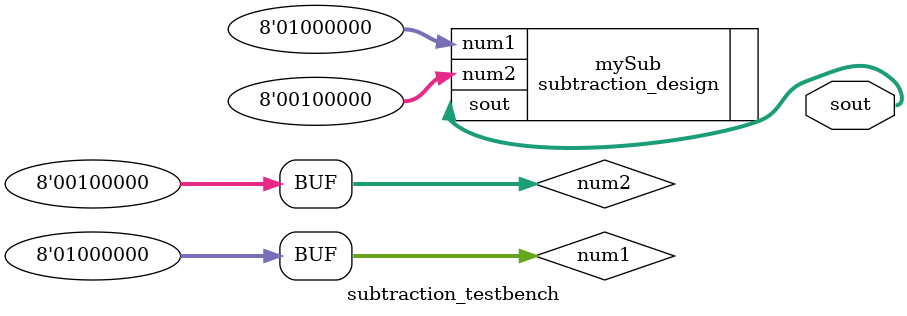
<source format=sv>
`timescale 1 ns/1 ns

module subtraction_testbench(sout);
	reg [7:0] num1;
	reg [7:0] num2;
	output [8:0] sout;
	
	subtraction_design mySub(.num1(num1), .num2(num2), .sout(sout));
	
	initial begin
		num1 = 8'b10000000;
		num2 = 8'b00000001; // -1 = 1111 1111
		// should be 0111 1111 with cout = 1
		#50;
		num1 = 8'b01000000;
		num2 = 8'b10000000;
		// should be 1100 0000 with cout = 0
		#50;
		num1 = 8'b10000000;
		num2 = 8'b10000000;
		// should be 0000 0000 with cout = 1
		#50;
		num1 = 8'b01000000;
		num2 = 8'b00100000;
		// should be 0010 0000 with cout = 1
		#50;
	end
	
endmodule 
</source>
